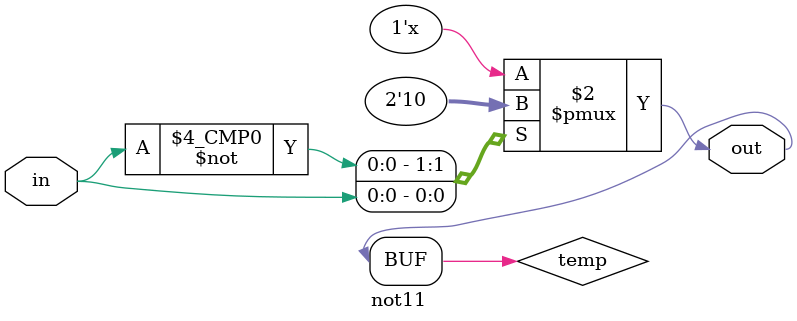
<source format=v>
module not11 (
  input in,
  output wire out
);


    reg temp;
    always @(*) begin
        case (in)
            1'b0: temp = 1'b1;
            1'b1: temp = 1'b0;
        endcase
    end

    assign out = temp;
endmodule
</source>
